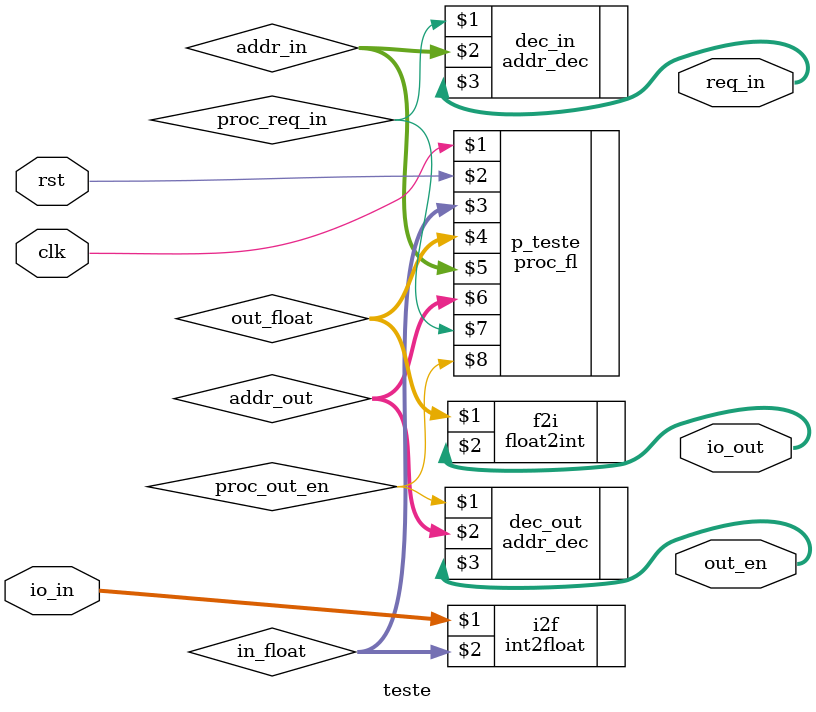
<source format=v>
module teste (
input clk, rst,
input signed [18:0] io_in,
output signed [27:0] io_out,
output [3:0] req_in,
output [3:0] out_en);

wire signed [27:0] in_float;
wire signed [27:0] out_float;

int2float #(.MAN(19),.EXP(8)) i2f (io_in, in_float);

wire proc_req_in, proc_out_en;
wire [1:0] addr_in;
wire [1:0] addr_out;

proc_fl #(.NBMANT(19),
.NBEXPO(8),
.MDATAS(32923),
.MINSTS(374),
.SDEPTH(4),
.NUIOIN(4),
.NUIOOU(4),
.GRE(1),
.LIN(1),
.MLT(1),
.ADD(1),
.NEG(1),
.LES(1),
.LAN(1),
.ABS(1),
.SRF(1),
.DFILE("C:/Users/ferre/Desktop/teste/Hardware/teste_H/teste_data.mif"),
.IFILE("C:/Users/ferre/Desktop/teste/Hardware/teste_H/teste_inst.mif")
) p_teste (clk, rst, in_float, out_float, addr_in, addr_out, proc_req_in, proc_out_en);

float2int #(.EXP(8),.MAN(19)) f2i (out_float, io_out);

addr_dec #(4) dec_in (proc_req_in, addr_in , req_in);
addr_dec #(4) dec_out(proc_out_en, addr_out, out_en);

endmodule

</source>
